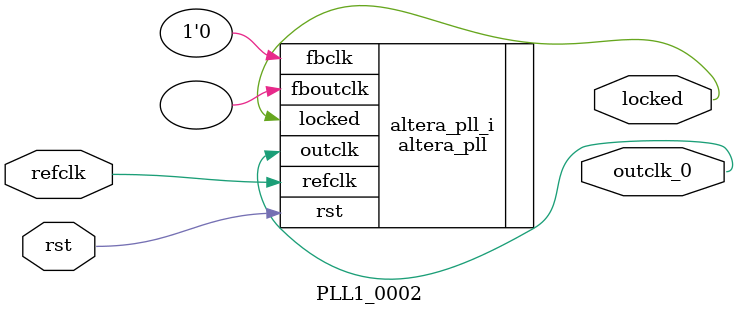
<source format=v>
`timescale 1ns/10ps
module  PLL1_0002(

	// interface 'refclk'
	input wire refclk,

	// interface 'reset'
	input wire rst,

	// interface 'outclk0'
	output wire outclk_0,

	// interface 'locked'
	output wire locked
);

	altera_pll #(
		.fractional_vco_multiplier("false"),
		.reference_clock_frequency("50.0 MHz"),
		.operation_mode("direct"),
		.number_of_clocks(1),
		.output_clock_frequency0("12.000000 MHz"),
		.phase_shift0("0 ps"),
		.duty_cycle0(50),
		.output_clock_frequency1("0 MHz"),
		.phase_shift1("0 ps"),
		.duty_cycle1(50),
		.output_clock_frequency2("0 MHz"),
		.phase_shift2("0 ps"),
		.duty_cycle2(50),
		.output_clock_frequency3("0 MHz"),
		.phase_shift3("0 ps"),
		.duty_cycle3(50),
		.output_clock_frequency4("0 MHz"),
		.phase_shift4("0 ps"),
		.duty_cycle4(50),
		.output_clock_frequency5("0 MHz"),
		.phase_shift5("0 ps"),
		.duty_cycle5(50),
		.output_clock_frequency6("0 MHz"),
		.phase_shift6("0 ps"),
		.duty_cycle6(50),
		.output_clock_frequency7("0 MHz"),
		.phase_shift7("0 ps"),
		.duty_cycle7(50),
		.output_clock_frequency8("0 MHz"),
		.phase_shift8("0 ps"),
		.duty_cycle8(50),
		.output_clock_frequency9("0 MHz"),
		.phase_shift9("0 ps"),
		.duty_cycle9(50),
		.output_clock_frequency10("0 MHz"),
		.phase_shift10("0 ps"),
		.duty_cycle10(50),
		.output_clock_frequency11("0 MHz"),
		.phase_shift11("0 ps"),
		.duty_cycle11(50),
		.output_clock_frequency12("0 MHz"),
		.phase_shift12("0 ps"),
		.duty_cycle12(50),
		.output_clock_frequency13("0 MHz"),
		.phase_shift13("0 ps"),
		.duty_cycle13(50),
		.output_clock_frequency14("0 MHz"),
		.phase_shift14("0 ps"),
		.duty_cycle14(50),
		.output_clock_frequency15("0 MHz"),
		.phase_shift15("0 ps"),
		.duty_cycle15(50),
		.output_clock_frequency16("0 MHz"),
		.phase_shift16("0 ps"),
		.duty_cycle16(50),
		.output_clock_frequency17("0 MHz"),
		.phase_shift17("0 ps"),
		.duty_cycle17(50),
		.pll_type("General"),
		.pll_subtype("General")
	) altera_pll_i (
		.rst	(rst),
		.outclk	({outclk_0}),
		.locked	(locked),
		.fboutclk	( ),
		.fbclk	(1'b0),
		.refclk	(refclk)
	);
endmodule


</source>
